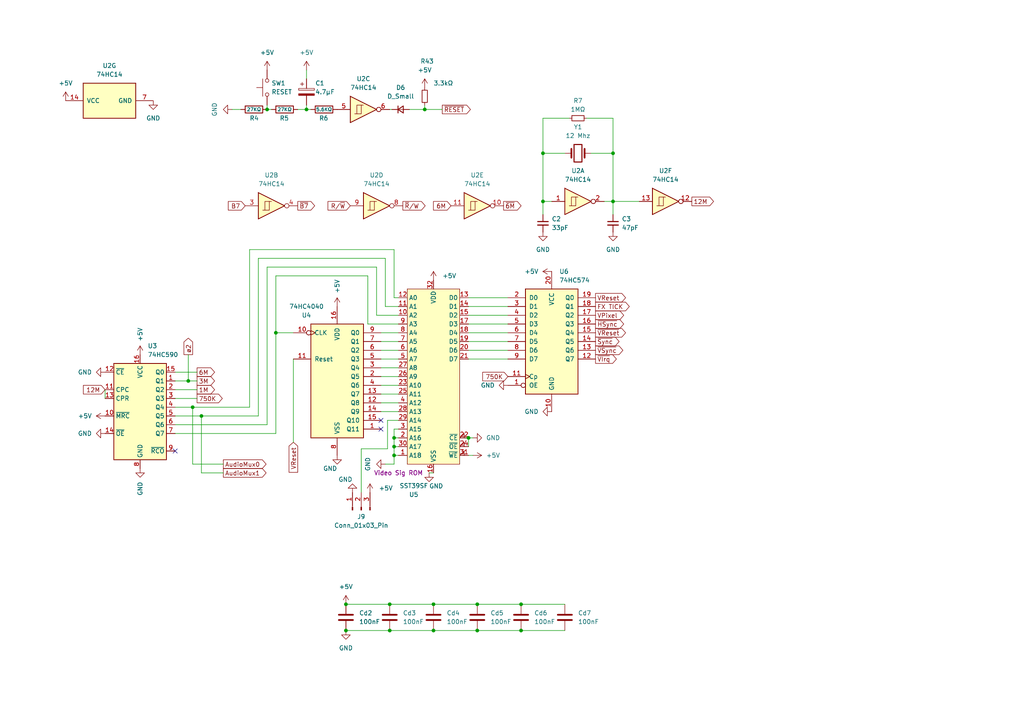
<source format=kicad_sch>
(kicad_sch (version 20231120) (generator "eeschema") (generator_version "8.0")
  (paper "A4")
  (title_block (title "Clock and Reset"))
  (lib_symbols
    (symbol "4xxx:4040" (pin_names (offset 1.016))
      (property "Reference" "U" (at -7.62 16.51 0))
      (property "Value" "4040" (at -7.62 -19.05 0))
      (symbol "4040_1_0"
        (pin output line (at 12.7 -15.24 180) (length 5.08) (name "Q11") (number "1"))
        (pin input inverted_clock (at -12.7 12.7 0) (length 5.08) (name "CLK") (number "10"))
        (pin input line (at -12.7 5.08 0) (length 5.08) (name "Reset") (number "11"))
        (pin output line (at 12.7 -7.62 180) (length 5.08) (name "Q8") (number "12"))
        (pin output line (at 12.7 -5.08 180) (length 5.08) (name "Q7") (number "13"))
        (pin output line (at 12.7 -10.16 180) (length 5.08) (name "Q9") (number "14"))
        (pin output line (at 12.7 -12.7 180) (length 5.08) (name "Q10") (number "15"))
        (pin power_in line (at 0 20.32 270) (length 5.08) (name "VDD") (number "16"))
        (pin output line (at 12.7 0 180) (length 5.08) (name "Q5") (number "2"))
        (pin output line (at 12.7 2.54 180) (length 5.08) (name "Q4") (number "3"))
        (pin output line (at 12.7 -2.54 180) (length 5.08) (name "Q6") (number "4"))
        (pin output line (at 12.7 5.08 180) (length 5.08) (name "Q3") (number "5"))
        (pin output line (at 12.7 7.62 180) (length 5.08) (name "Q2") (number "6"))
        (pin output line (at 12.7 10.16 180) (length 5.08) (name "Q1") (number "7"))
        (pin power_in line (at 0 -22.86 90) (length 5.08) (name "VSS") (number "8"))
        (pin output line (at 12.7 12.7 180) (length 5.08) (name "Q0") (number "9"))
      )
      (symbol "4040_1_1"
        (rectangle (start -7.62 15.24) (end 7.62 -17.78) (stroke (width 0.254)) (fill (type background)))
      )
    )
    (symbol "74xx:74HC14" (pin_names (offset 1.016))
      (property "Reference" "U" (at 0 1.27 0))
      (property "Value" "74HC14" (at 0 -1.27 0))
      (symbol "74HC14_1_0"
        (polyline (pts (xy -3.81 3.81) (xy -3.81 -3.81) (xy 3.81 0) (xy -3.81 3.81)) (stroke (width 0.254)) (fill (type background)))
        (pin input line (at -7.62 0 0) (length 3.81) (name "~") (number "1"))
        (pin output inverted (at 7.62 0 180) (length 3.81) (name "~") (number "2"))
      )
      (symbol "74HC14_1_1"
        (polyline (pts (xy -1.905 -1.27) (xy -1.905 1.27) (xy -0.635 1.27)))
        (polyline (pts (xy -2.54 -1.27) (xy -0.635 -1.27) (xy -0.635 1.27) (xy 0 1.27)))
      )
      (symbol "74HC14_2_0"
        (polyline (pts (xy -3.81 3.81) (xy -3.81 -3.81) (xy 3.81 0) (xy -3.81 3.81)) (stroke (width 0.254)) (fill (type background)))
        (pin input line (at -7.62 0 0) (length 3.81) (name "~") (number "3"))
        (pin output inverted (at 7.62 0 180) (length 3.81) (name "~") (number "4"))
      )
      (symbol "74HC14_2_1"
        (polyline (pts (xy -1.905 -1.27) (xy -1.905 1.27) (xy -0.635 1.27)))
        (polyline (pts (xy -2.54 -1.27) (xy -0.635 -1.27) (xy -0.635 1.27) (xy 0 1.27)))
      )
      (symbol "74HC14_3_0"
        (polyline (pts (xy -3.81 3.81) (xy -3.81 -3.81) (xy 3.81 0) (xy -3.81 3.81)) (stroke (width 0.254)) (fill (type background)))
        (pin input line (at -7.62 0 0) (length 3.81) (name "~") (number "5"))
        (pin output inverted (at 7.62 0 180) (length 3.81) (name "~") (number "6"))
      )
      (symbol "74HC14_3_1"
        (polyline (pts (xy -1.905 -1.27) (xy -1.905 1.27) (xy -0.635 1.27)))
        (polyline (pts (xy -2.54 -1.27) (xy -0.635 -1.27) (xy -0.635 1.27) (xy 0 1.27)))
      )
      (symbol "74HC14_4_0"
        (polyline (pts (xy -3.81 3.81) (xy -3.81 -3.81) (xy 3.81 0) (xy -3.81 3.81)) (stroke (width 0.254)) (fill (type background)))
        (pin output inverted (at 7.62 0 180) (length 3.81) (name "~") (number "8"))
        (pin input line (at -7.62 0 0) (length 3.81) (name "~") (number "9"))
      )
      (symbol "74HC14_4_1"
        (polyline (pts (xy -1.905 -1.27) (xy -1.905 1.27) (xy -0.635 1.27)))
        (polyline (pts (xy -2.54 -1.27) (xy -0.635 -1.27) (xy -0.635 1.27) (xy 0 1.27)))
      )
      (symbol "74HC14_5_0"
        (polyline (pts (xy -3.81 3.81) (xy -3.81 -3.81) (xy 3.81 0) (xy -3.81 3.81)) (stroke (width 0.254)) (fill (type background)))
        (pin output inverted (at 7.62 0 180) (length 3.81) (name "~") (number "10"))
        (pin input line (at -7.62 0 0) (length 3.81) (name "~") (number "11"))
      )
      (symbol "74HC14_5_1"
        (polyline (pts (xy -1.905 -1.27) (xy -1.905 1.27) (xy -0.635 1.27)))
        (polyline (pts (xy -2.54 -1.27) (xy -0.635 -1.27) (xy -0.635 1.27) (xy 0 1.27)))
      )
      (symbol "74HC14_6_0"
        (polyline (pts (xy -3.81 3.81) (xy -3.81 -3.81) (xy 3.81 0) (xy -3.81 3.81)) (stroke (width 0.254)) (fill (type background)))
        (pin output inverted (at 7.62 0 180) (length 3.81) (name "~") (number "12"))
        (pin input line (at -7.62 0 0) (length 3.81) (name "~") (number "13"))
      )
      (symbol "74HC14_6_1"
        (polyline (pts (xy -1.905 -1.27) (xy -1.905 1.27) (xy -0.635 1.27)))
        (polyline (pts (xy -2.54 -1.27) (xy -0.635 -1.27) (xy -0.635 1.27) (xy 0 1.27)))
      )
      (symbol "74HC14_7_0"
        (pin power_in line (at 0 12.7 270) (length 5.08) (name "VCC") (number "14"))
        (pin power_in line (at 0 -12.7 90) (length 5.08) (name "GND") (number "7"))
      )
      (symbol "74HC14_7_1"
        (rectangle (start -5.08 7.62) (end 5.08 -7.62) (stroke (width 0.254)) (fill (type background)))
      )
    )
    (symbol "74xx:74HC590"
      (property "Reference" "U" (at -7.62 16.51 0))
      (property "Value" "74HC590" (at -7.62 -13.97 0))
      (symbol "74HC590_1_0"
        (pin tri_state line (at 10.16 10.16 180) (length 2.54) (name "Q1") (number "1"))
        (pin input line (at -10.16 0 0) (length 2.54) (name "~{MRC}") (number "10"))
        (pin input line (at -10.16 7.62 0) (length 2.54) (name "CPC") (number "11"))
        (pin input line (at -10.16 12.7 0) (length 2.54) (name "~{CE}") (number "12"))
        (pin input line (at -10.16 5.08 0) (length 2.54) (name "CPR") (number "13"))
        (pin input line (at -10.16 -5.08 0) (length 2.54) (name "~{OE}") (number "14"))
        (pin tri_state line (at 10.16 12.7 180) (length 2.54) (name "Q0") (number "15"))
        (pin power_in line (at 0 17.78 270) (length 2.54) (name "VCC") (number "16"))
        (pin tri_state line (at 10.16 7.62 180) (length 2.54) (name "Q2") (number "2"))
        (pin tri_state line (at 10.16 5.08 180) (length 2.54) (name "Q3") (number "3"))
        (pin tri_state line (at 10.16 2.54 180) (length 2.54) (name "Q4") (number "4"))
        (pin tri_state line (at 10.16 0 180) (length 2.54) (name "Q5") (number "5"))
        (pin tri_state line (at 10.16 -2.54 180) (length 2.54) (name "Q6") (number "6"))
        (pin tri_state line (at 10.16 -5.08 180) (length 2.54) (name "Q7") (number "7"))
        (pin power_in line (at 0 -15.24 90) (length 2.54) (name "GND") (number "8"))
        (pin output line (at 10.16 -10.16 180) (length 2.54) (name "~{RCO}") (number "9"))
      )
      (symbol "74HC590_1_1"
        (rectangle (start -7.62 15.24) (end 7.62 -12.7) (stroke (width 0.254)) (fill (type background)))
      )
    )
    (symbol "74xx:74HCT574" (pin_names (offset 1.016))
      (property "Reference" "U" (at -7.62 16.51 0))
      (property "Value" "74HCT574" (at -7.62 -16.51 0))
      (symbol "74HCT574_1_0"
        (pin input inverted (at -12.7 -12.7 0) (length 5.08) (name "OE") (number "1"))
        (pin power_in line (at 0 -20.32 90) (length 5.08) (name "GND") (number "10"))
        (pin input clock (at -12.7 -10.16 0) (length 5.08) (name "Cp") (number "11"))
        (pin tri_state line (at 12.7 -5.08 180) (length 5.08) (name "Q7") (number "12"))
        (pin tri_state line (at 12.7 -2.54 180) (length 5.08) (name "Q6") (number "13"))
        (pin tri_state line (at 12.7 0 180) (length 5.08) (name "Q5") (number "14"))
        (pin tri_state line (at 12.7 2.54 180) (length 5.08) (name "Q4") (number "15"))
        (pin tri_state line (at 12.7 5.08 180) (length 5.08) (name "Q3") (number "16"))
        (pin tri_state line (at 12.7 7.62 180) (length 5.08) (name "Q2") (number "17"))
        (pin tri_state line (at 12.7 10.16 180) (length 5.08) (name "Q1") (number "18"))
        (pin tri_state line (at 12.7 12.7 180) (length 5.08) (name "Q0") (number "19"))
        (pin input line (at -12.7 12.7 0) (length 5.08) (name "D0") (number "2"))
        (pin power_in line (at 0 20.32 270) (length 5.08) (name "VCC") (number "20"))
        (pin input line (at -12.7 10.16 0) (length 5.08) (name "D1") (number "3"))
        (pin input line (at -12.7 7.62 0) (length 5.08) (name "D2") (number "4"))
        (pin input line (at -12.7 5.08 0) (length 5.08) (name "D3") (number "5"))
        (pin input line (at -12.7 2.54 0) (length 5.08) (name "D4") (number "6"))
        (pin input line (at -12.7 0 0) (length 5.08) (name "D5") (number "7"))
        (pin input line (at -12.7 -2.54 0) (length 5.08) (name "D6") (number "8"))
        (pin input line (at -12.7 -5.08 0) (length 5.08) (name "D7") (number "9"))
      )
      (symbol "74HCT574_1_1"
        (rectangle (start -7.62 15.24) (end 7.62 -15.24) (stroke (width 0.254)) (fill (type background)))
      )
    )
    (symbol "Connector:Conn_01x03_Pin" (pin_names (offset 1.016) hide)
      (property "Reference" "J" (at 0 5.08 0))
      (property "Value" "Conn_01x03_Pin" (at 0 -5.08 0))
      (symbol "Conn_01x03_Pin_1_1"
        (polyline (pts (xy 1.27 -2.54) (xy 0.8636 -2.54)) (stroke (width 0.1524)))
        (polyline (pts (xy 1.27 0) (xy 0.8636 0)) (stroke (width 0.1524)))
        (polyline (pts (xy 1.27 2.54) (xy 0.8636 2.54)) (stroke (width 0.1524)))
        (rectangle (start 0.8636 -2.413) (end 0 -2.667) (stroke (width 0.1524)) (fill (type outline)))
        (rectangle (start 0.8636 0.127) (end 0 -0.127) (stroke (width 0.1524)) (fill (type outline)))
        (rectangle (start 0.8636 2.667) (end 0 2.413) (stroke (width 0.1524)) (fill (type outline)))
        (pin passive line (at 5.08 2.54 180) (length 3.81) (name "Pin_1") (number "1"))
        (pin passive line (at 5.08 0 180) (length 3.81) (name "Pin_2") (number "2"))
        (pin passive line (at 5.08 -2.54 180) (length 3.81) (name "Pin_3") (number "3"))
      )
    )
    (symbol "Device:C" (pin_numbers hide) (pin_names (offset 0.254))
      (property "Reference" "C" (at 0.635 2.54 0))
      (property "Value" "C" (at 0.635 -2.54 0))
      (symbol "C_0_1"
        (polyline (pts (xy -2.032 -0.762) (xy 2.032 -0.762)) (stroke (width 0.508)))
        (polyline (pts (xy -2.032 0.762) (xy 2.032 0.762)) (stroke (width 0.508)))
      )
      (symbol "C_1_1"
        (pin passive line (at 0 3.81 270) (length 2.794) (name "~") (number "1"))
        (pin passive line (at 0 -3.81 90) (length 2.794) (name "~") (number "2"))
      )
    )
    (symbol "Device:C_Polarized" (pin_numbers hide) (pin_names (offset 0.254))
      (property "Reference" "C" (at 0.635 2.54 0))
      (property "Value" "C_Polarized" (at 0.635 -2.54 0))
      (symbol "C_Polarized_0_1"
        (rectangle (start -2.286 0.508) (end 2.286 1.016))
        (polyline (pts (xy -1.778 2.286) (xy -0.762 2.286)))
        (polyline (pts (xy -1.27 2.794) (xy -1.27 1.778)))
        (rectangle (start 2.286 -0.508) (end -2.286 -1.016) (fill (type outline)))
      )
      (symbol "C_Polarized_1_1"
        (pin passive line (at 0 3.81 270) (length 2.794) (name "~") (number "1"))
        (pin passive line (at 0 -3.81 90) (length 2.794) (name "~") (number "2"))
      )
    )
    (symbol "Device:C_Small" (pin_numbers hide) (pin_names (offset 0.254) hide)
      (property "Reference" "C" (at 0.254 1.778 0))
      (property "Value" "C_Small" (at 0.254 -2.032 0))
      (symbol "C_Small_0_1"
        (polyline (pts (xy -1.524 -0.508) (xy 1.524 -0.508)) (stroke (width 0.3302)))
        (polyline (pts (xy -1.524 0.508) (xy 1.524 0.508)) (stroke (width 0.3048)))
      )
      (symbol "C_Small_1_1"
        (pin passive line (at 0 2.54 270) (length 2.032) (name "~") (number "1"))
        (pin passive line (at 0 -2.54 90) (length 2.032) (name "~") (number "2"))
      )
    )
    (symbol "Device:Crystal" (pin_numbers hide) (pin_names (offset 1.016) hide)
      (property "Reference" "Y" (at 0 3.81 0))
      (property "Value" "Crystal" (at 0 -3.81 0))
      (symbol "Crystal_0_1"
        (rectangle (start -1.143 2.54) (end 1.143 -2.54) (stroke (width 0.3048)))
        (polyline (pts (xy -2.54 0) (xy -1.905 0)))
        (polyline (pts (xy -1.905 -1.27) (xy -1.905 1.27)) (stroke (width 0.508)))
        (polyline (pts (xy 1.905 -1.27) (xy 1.905 1.27)) (stroke (width 0.508)))
        (polyline (pts (xy 2.54 0) (xy 1.905 0)))
      )
      (symbol "Crystal_1_1"
        (pin passive line (at -3.81 0 0) (length 1.27) (name "1") (number "1"))
        (pin passive line (at 3.81 0 180) (length 1.27) (name "2") (number "2"))
      )
    )
    (symbol "Device:D_Small" (pin_numbers hide) (pin_names (offset 0.254) hide)
      (property "Reference" "D" (at -1.27 2.032 0))
      (property "Value" "D_Small" (at -3.81 -2.032 0))
      (symbol "D_Small_0_1"
        (polyline (pts (xy -0.762 -1.016) (xy -0.762 1.016)) (stroke (width 0.254)))
        (polyline (pts (xy -0.762 0) (xy 0.762 0)))
        (polyline (pts (xy 0.762 -1.016) (xy -0.762 0) (xy 0.762 1.016) (xy 0.762 -1.016)) (stroke (width 0.254)))
      )
      (symbol "D_Small_1_1"
        (pin passive line (at -2.54 0 0) (length 1.778) (name "K") (number "1"))
        (pin passive line (at 2.54 0 180) (length 1.778) (name "A") (number "2"))
      )
    )
    (symbol "Device:R" (pin_numbers hide) (pin_names (offset 0))
      (property "Reference" "R" (at 2.032 0 90))
      (property "Value" "R" (at 0 0 90))
      (symbol "R_0_1"
        (rectangle (start -1.016 -2.54) (end 1.016 2.54) (stroke (width 0.254)))
      )
      (symbol "R_1_1"
        (pin passive line (at 0 3.81 270) (length 1.27) (name "~") (number "1"))
        (pin passive line (at 0 -3.81 90) (length 1.27) (name "~") (number "2"))
      )
    )
    (symbol "Device:R_Small" (pin_numbers hide) (pin_names (offset 0.254) hide)
      (property "Reference" "R" (at 0.762 0.508 0))
      (property "Value" "R_Small" (at 0.762 -1.016 0))
      (symbol "R_Small_0_1"
        (rectangle (start -0.762 1.778) (end 0.762 -1.778) (stroke (width 0.2032)))
      )
      (symbol "R_Small_1_1"
        (pin passive line (at 0 2.54 270) (length 0.762) (name "~") (number "1"))
        (pin passive line (at 0 -2.54 90) (length 0.762) (name "~") (number "2"))
      )
    )
    (symbol "Memory_Lib:SST39SF040"
      (property "Reference" "U" (at 11.43 54.61 0))
      (property "Value" "SST39SF040" (at 19.05 52.07 0))
      (symbol "SST39SF040_1_1"
        (rectangle (start 0 50.8) (end 15.24 0) (fill (type background)))
        (pin input line (at -2.54 2.54 0) (length 2.54) (name "A18") (number "1"))
        (pin input line (at -2.54 43.18 0) (length 2.54) (name "A2") (number "10"))
        (pin input line (at -2.54 45.72 0) (length 2.54) (name "A1") (number "11"))
        (pin input line (at -2.54 48.26 0) (length 2.54) (name "A0") (number "12"))
        (pin bidirectional line (at 17.78 48.26 180) (length 2.54) (name "D0") (number "13"))
        (pin bidirectional line (at 17.78 45.72 180) (length 2.54) (name "D1") (number "14"))
        (pin bidirectional line (at 17.78 43.18 180) (length 2.54) (name "D2") (number "15"))
        (pin power_in line (at 7.62 -2.54 90) (length 2.54) (name "VSS") (number "16"))
        (pin bidirectional line (at 17.78 40.64 180) (length 2.54) (name "D3") (number "17"))
        (pin bidirectional line (at 17.78 38.1 180) (length 2.54) (name "D4") (number "18"))
        (pin bidirectional line (at 17.78 35.56 180) (length 2.54) (name "D5") (number "19"))
        (pin input line (at -2.54 7.62 0) (length 2.54) (name "A16") (number "2"))
        (pin bidirectional line (at 17.78 33.02 180) (length 2.54) (name "D6") (number "20"))
        (pin bidirectional line (at 17.78 30.48 180) (length 2.54) (name "D7") (number "21"))
        (pin input input_low (at 17.78 7.62 180) (length 2.54) (name "~{CE}") (number "22"))
        (pin input line (at -2.54 22.86 0) (length 2.54) (name "A10") (number "23"))
        (pin input input_low (at 17.78 5.08 180) (length 2.54) (name "~{OE}") (number "24"))
        (pin input line (at -2.54 20.32 0) (length 2.54) (name "A11") (number "25"))
        (pin input line (at -2.54 25.4 0) (length 2.54) (name "A9") (number "26"))
        (pin input line (at -2.54 27.94 0) (length 2.54) (name "A8") (number "27"))
        (pin input line (at -2.54 15.24 0) (length 2.54) (name "A13") (number "28"))
        (pin input line (at -2.54 12.7 0) (length 2.54) (name "A14") (number "29"))
        (pin input line (at -2.54 10.16 0) (length 2.54) (name "A15") (number "3"))
        (pin input line (at -2.54 5.08 0) (length 2.54) (name "A17") (number "30"))
        (pin input input_low (at 17.78 2.54 180) (length 2.54) (name "~{WE}") (number "31"))
        (pin power_in line (at 7.62 53.34 270) (length 2.54) (name "VDD") (number "32"))
        (pin input line (at -2.54 17.78 0) (length 2.54) (name "A12") (number "4"))
        (pin input line (at -2.54 30.48 0) (length 2.54) (name "A7") (number "5"))
        (pin input line (at -2.54 33.02 0) (length 2.54) (name "A6") (number "6"))
        (pin input line (at -2.54 35.56 0) (length 2.54) (name "A5") (number "7"))
        (pin input line (at -2.54 38.1 0) (length 2.54) (name "A4") (number "8"))
        (pin input line (at -2.54 40.64 0) (length 2.54) (name "A3") (number "9"))
      )
    )
    (symbol "Switch:SW_Push" (pin_numbers hide) (pin_names (offset 1.016) hide)
      (property "Reference" "SW" (at 1.27 2.54 0))
      (property "Value" "SW_Push" (at 0 -1.524 0))
      (symbol "SW_Push_0_1"
        (circle (center -2.032 0) (radius 0.508))
        (polyline (pts (xy 0 1.27) (xy 0 3.048)))
        (polyline (pts (xy 2.54 1.27) (xy -2.54 1.27)))
        (circle (center 2.032 0) (radius 0.508))
        (pin passive line (at -5.08 0 0) (length 2.54) (name "1") (number "1"))
        (pin passive line (at 5.08 0 180) (length 2.54) (name "2") (number "2"))
      )
    )
    (symbol "power:+5V" (power) (pin_names (offset 0))
      (property "Value" "+5V" (at 0 3.556 0))
      (symbol "+5V_0_1"
        (polyline (pts (xy -0.762 1.27) (xy 0 2.54)))
        (polyline (pts (xy 0 0) (xy 0 2.54)))
        (polyline (pts (xy 0 2.54) (xy 0.762 1.27)))
      )
      (symbol "+5V_1_1"
        (pin power_in line (at 0 0 90) (length 0) hide (name "+5V") (number "1"))
      )
    )
    (symbol "power:GND" (power) (pin_names (offset 0))
      (property "Value" "GND" (at 0 -3.81 0))
      (symbol "GND_0_1"
        (polyline (pts (xy 0 0) (xy 0 -1.27) (xy 1.27 -1.27) (xy 0 -2.54) (xy -1.27 -1.27) (xy 0 -1.27)))
      )
      (symbol "GND_1_1"
        (pin power_in line (at 0 0 270) (length 0) hide (name "GND") (number "1"))
      )
    )
  )
  (junction (at 54.61 110.49))
  (junction (at 100.33 182.88))
  (junction (at 151.13 175.26))
  (junction (at 55.88 118.11))
  (junction (at 113.03 182.88))
  (junction (at 113.03 175.26))
  (junction (at 114.3 127))
  (junction (at 151.13 182.88))
  (junction (at 114.3 129.54))
  (junction (at 125.73 182.88))
  (junction (at 138.43 175.26))
  (junction (at 114.3 132.08))
  (junction (at 77.47 31.75))
  (junction (at 123.19 31.75))
  (junction (at 177.8 44.45))
  (junction (at 138.43 182.88))
  (junction (at 58.42 120.65))
  (junction (at 177.8 58.42))
  (junction (at 100.33 175.26))
  (junction (at 157.48 58.42))
  (junction (at 80.01 96.52))
  (junction (at 125.73 175.26))
  (junction (at 135.89 127))
  (junction (at 88.9 31.75))
  (junction (at 157.48 44.45))
  (no_connect (at 110.49 121.92))
  (no_connect (at 50.8 130.81))
  (no_connect (at 110.49 124.46))
  (wire (pts (xy 177.8 62.23) (xy 177.8 58.42)))
  (wire (pts (xy 114.3 86.36) (xy 114.3 72.39)))
  (wire (pts (xy 170.18 34.29) (xy 177.8 34.29)))
  (wire (pts (xy 50.8 110.49) (xy 54.61 110.49)))
  (wire (pts (xy 64.77 134.62) (xy 55.88 134.62)))
  (wire (pts (xy 72.39 118.11) (xy 55.88 118.11)))
  (wire (pts (xy 104.775 130.175) (xy 104.775 142.875)))
  (wire (pts (xy 80.01 96.52) (xy 85.09 96.52)))
  (wire (pts (xy 58.42 120.65) (xy 50.8 120.65)))
  (wire (pts (xy 157.48 44.45) (xy 163.83 44.45)))
  (wire (pts (xy 138.43 182.88) (xy 151.13 182.88)))
  (wire (pts (xy 115.57 99.06) (xy 110.49 99.06)))
  (wire (pts (xy 58.42 120.65) (xy 74.93 120.65)))
  (wire (pts (xy 67.31 31.75) (xy 69.85 31.75)))
  (wire (pts (xy 54.61 110.49) (xy 57.15 110.49)))
  (wire (pts (xy 137.16 127) (xy 135.89 127)))
  (wire (pts (xy 72.39 72.39) (xy 114.3 72.39)))
  (wire (pts (xy 115.57 96.52) (xy 110.49 96.52)))
  (wire (pts (xy 112.395 121.92) (xy 115.57 121.92)))
  (wire (pts (xy 115.57 109.22) (xy 110.49 109.22)))
  (wire (pts (xy 147.32 104.14) (xy 135.89 104.14)))
  (wire (pts (xy 77.47 31.75) (xy 77.47 30.48)))
  (wire (pts (xy 115.57 88.9) (xy 111.76 88.9)))
  (wire (pts (xy 147.32 96.52) (xy 135.89 96.52)))
  (wire (pts (xy 106.68 93.98) (xy 115.57 93.98)))
  (wire (pts (xy 151.13 182.88) (xy 163.83 182.88)))
  (wire (pts (xy 123.19 30.48) (xy 123.19 31.75)))
  (wire (pts (xy 115.57 106.68) (xy 110.49 106.68)))
  (wire (pts (xy 147.32 101.6) (xy 135.89 101.6)))
  (wire (pts (xy 114.3 132.08) (xy 114.3 129.54)))
  (wire (pts (xy 85.09 128.27) (xy 85.09 104.14)))
  (wire (pts (xy 115.57 86.36) (xy 114.3 86.36)))
  (wire (pts (xy 160.02 58.42) (xy 157.48 58.42)))
  (wire (pts (xy 177.8 58.42) (xy 185.42 58.42)))
  (wire (pts (xy 30.48 113.03) (xy 30.48 115.57)))
  (wire (pts (xy 114.3 129.54) (xy 114.3 127)))
  (wire (pts (xy 115.57 127) (xy 114.3 127)))
  (wire (pts (xy 50.8 123.19) (xy 77.47 123.19)))
  (wire (pts (xy 77.47 123.19) (xy 77.47 77.47)))
  (wire (pts (xy 57.15 115.57) (xy 50.8 115.57)))
  (wire (pts (xy 115.57 129.54) (xy 114.3 129.54)))
  (wire (pts (xy 177.8 44.45) (xy 171.45 44.45)))
  (wire (pts (xy 115.57 104.14) (xy 110.49 104.14)))
  (wire (pts (xy 88.9 20.32) (xy 88.9 22.86)))
  (wire (pts (xy 115.57 116.84) (xy 110.49 116.84)))
  (wire (pts (xy 54.61 102.87) (xy 54.61 110.49)))
  (wire (pts (xy 177.8 44.45) (xy 177.8 58.42)))
  (wire (pts (xy 57.15 113.03) (xy 50.8 113.03)))
  (wire (pts (xy 177.8 34.29) (xy 177.8 44.45)))
  (wire (pts (xy 147.32 91.44) (xy 135.89 91.44)))
  (wire (pts (xy 115.57 111.76) (xy 110.49 111.76)))
  (wire (pts (xy 111.76 74.93) (xy 74.93 74.93)))
  (wire (pts (xy 55.88 134.62) (xy 55.88 118.11)))
  (wire (pts (xy 114.3 127) (xy 114.3 124.46)))
  (wire (pts (xy 100.33 175.26) (xy 113.03 175.26)))
  (wire (pts (xy 175.26 58.42) (xy 177.8 58.42)))
  (wire (pts (xy 125.73 137.16) (xy 124.46 137.16)))
  (wire (pts (xy 113.03 182.88) (xy 125.73 182.88)))
  (wire (pts (xy 106.68 80.01) (xy 80.01 80.01)))
  (wire (pts (xy 111.76 134.62) (xy 114.3 134.62)))
  (wire (pts (xy 137.16 132.08) (xy 135.89 132.08)))
  (wire (pts (xy 125.73 175.26) (xy 138.43 175.26)))
  (wire (pts (xy 58.42 137.16) (xy 58.42 120.65)))
  (wire (pts (xy 100.33 182.88) (xy 113.03 182.88)))
  (wire (pts (xy 77.47 77.47) (xy 109.22 77.47)))
  (wire (pts (xy 74.93 120.65) (xy 74.93 74.93)))
  (wire (pts (xy 111.76 88.9) (xy 111.76 74.93)))
  (wire (pts (xy 135.89 127) (xy 135.89 129.54)))
  (wire (pts (xy 135.89 127) (xy 134.62 127)))
  (wire (pts (xy 78.74 31.75) (xy 77.47 31.75)))
  (wire (pts (xy 115.57 114.3) (xy 110.49 114.3)))
  (wire (pts (xy 86.36 31.75) (xy 88.9 31.75)))
  (wire (pts (xy 147.32 99.06) (xy 135.89 99.06)))
  (wire (pts (xy 88.9 30.48) (xy 88.9 31.75)))
  (wire (pts (xy 147.32 88.9) (xy 135.89 88.9)))
  (wire (pts (xy 106.68 80.01) (xy 106.68 93.98)))
  (wire (pts (xy 55.88 118.11) (xy 50.8 118.11)))
  (wire (pts (xy 109.22 77.47) (xy 109.22 91.44)))
  (wire (pts (xy 109.22 91.44) (xy 115.57 91.44)))
  (wire (pts (xy 112.395 130.175) (xy 104.775 130.175)))
  (wire (pts (xy 151.13 175.26) (xy 163.83 175.26)))
  (wire (pts (xy 115.57 124.46) (xy 114.3 124.46)))
  (wire (pts (xy 118.745 31.75) (xy 123.19 31.75)))
  (wire (pts (xy 157.48 44.45) (xy 157.48 58.42)))
  (wire (pts (xy 113.665 31.75) (xy 113.03 31.75)))
  (wire (pts (xy 138.43 175.26) (xy 151.13 175.26)))
  (wire (pts (xy 165.1 34.29) (xy 157.48 34.29)))
  (wire (pts (xy 157.48 34.29) (xy 157.48 44.45)))
  (wire (pts (xy 72.39 72.39) (xy 72.39 118.11)))
  (wire (pts (xy 57.15 107.95) (xy 50.8 107.95)))
  (wire (pts (xy 115.57 119.38) (xy 110.49 119.38)))
  (wire (pts (xy 125.73 182.88) (xy 138.43 182.88)))
  (wire (pts (xy 112.395 121.92) (xy 112.395 130.175)))
  (wire (pts (xy 115.57 132.08) (xy 114.3 132.08)))
  (wire (pts (xy 80.01 125.73) (xy 80.01 96.52)))
  (wire (pts (xy 80.01 96.52) (xy 80.01 80.01)))
  (wire (pts (xy 115.57 101.6) (xy 110.49 101.6)))
  (wire (pts (xy 123.19 31.75) (xy 128.27 31.75)))
  (wire (pts (xy 147.32 86.36) (xy 135.89 86.36)))
  (wire (pts (xy 114.3 134.62) (xy 114.3 132.08)))
  (wire (pts (xy 50.8 125.73) (xy 80.01 125.73)))
  (wire (pts (xy 147.32 93.98) (xy 135.89 93.98)))
  (wire (pts (xy 157.48 62.23) (xy 157.48 58.42)))
  (wire (pts (xy 90.17 31.75) (xy 88.9 31.75)))
  (wire (pts (xy 113.03 175.26) (xy 125.73 175.26)))
  (wire (pts (xy 64.77 137.16) (xy 58.42 137.16)))
  (global_label "~{R}{slash}W" (shape output) (at 116.84 59.69 0) (property "Intersheetrefs" "${INTERSHEET_REFS}" (effects (hide yes))))
  (global_label "12M" (shape input) (at 30.48 113.03 180) (property "Intersheetrefs" "${INTERSHEET_REFS}" (effects (hide yes))))
  (global_label "750K" (shape output) (at 57.15 115.57 0) (property "Intersheetrefs" "${INTERSHEET_REFS}" (effects (hide yes))))
  (global_label "~{VIrq}" (shape output) (at 172.72 104.14 0) (property "Intersheetrefs" "${INTERSHEET_REFS}" (effects (hide yes))))
  (global_label "~{Sync}" (shape output) (at 172.72 99.06 0) (property "Intersheetrefs" "${INTERSHEET_REFS}" (effects (hide yes))))
  (global_label "~{VSync}" (shape output) (at 172.72 101.6 0) (property "Intersheetrefs" "${INTERSHEET_REFS}" (effects (hide yes))))
  (global_label "ø2" (shape output) (at 54.61 102.87 90) (property "Intersheetrefs" "${INTERSHEET_REFS}" (effects (hide yes))))
  (global_label "1M" (shape output) (at 57.15 113.03 0) (property "Intersheetrefs" "${INTERSHEET_REFS}" (effects (hide yes))))
  (global_label "AudioMux1" (shape output) (at 64.77 137.16 0) (property "Intersheetrefs" "${INTERSHEET_REFS}" (effects (hide yes))))
  (global_label "6M" (shape output) (at 57.15 107.95 0) (property "Intersheetrefs" "${INTERSHEET_REFS}" (effects (hide yes))))
  (global_label "VReset" (shape input) (at 85.09 128.27 270) (property "Intersheetrefs" "${INTERSHEET_REFS}" (effects (hide yes))))
  (global_label "~{6M}" (shape output) (at 146.05 59.69 0) (property "Intersheetrefs" "${INTERSHEET_REFS}" (effects (hide yes))))
  (global_label "VReset" (shape output) (at 172.72 86.36 0) (property "Intersheetrefs" "${INTERSHEET_REFS}" (effects (hide yes))))
  (global_label "~{HSync}" (shape output) (at 172.72 93.98 0) (property "Intersheetrefs" "${INTERSHEET_REFS}" (effects (hide yes))))
  (global_label "12M" (shape output) (at 200.66 58.42 0) (property "Intersheetrefs" "${INTERSHEET_REFS}" (effects (hide yes))))
  (global_label "750K" (shape input) (at 147.32 109.22 180) (property "Intersheetrefs" "${INTERSHEET_REFS}" (effects (hide yes))))
  (global_label "3M" (shape output) (at 57.15 110.49 0) (property "Intersheetrefs" "${INTERSHEET_REFS}" (effects (hide yes))))
  (global_label "~{RESET}" (shape output) (at 128.27 31.75 0) (property "Intersheetrefs" "${INTERSHEET_REFS}" (effects (hide yes))))
  (global_label "B7" (shape input) (at 71.12 59.69 180) (property "Intersheetrefs" "${INTERSHEET_REFS}" (effects (hide yes))))
  (global_label "R{slash}~{W}" (shape input) (at 101.6 59.69 180) (property "Intersheetrefs" "${INTERSHEET_REFS}" (effects (hide yes))))
  (global_label "VPixel" (shape output) (at 172.72 91.44 0) (property "Intersheetrefs" "${INTERSHEET_REFS}" (effects (hide yes))))
  (global_label "6M" (shape input) (at 130.81 59.69 180) (property "Intersheetrefs" "${INTERSHEET_REFS}" (effects (hide yes))))
  (global_label "AudioMux0" (shape output) (at 64.77 134.62 0) (property "Intersheetrefs" "${INTERSHEET_REFS}" (effects (hide yes))))
  (global_label "~{VReset}" (shape output) (at 172.72 96.52 0) (property "Intersheetrefs" "${INTERSHEET_REFS}" (effects (hide yes))))
  (global_label "FX TICK" (shape output) (at 172.72 88.9 0) (property "Intersheetrefs" "${INTERSHEET_REFS}" (effects (hide yes))))
  (global_label "~{B7}" (shape output) (at 86.36 59.69 0) (property "Intersheetrefs" "${INTERSHEET_REFS}" (effects (hide yes))))
  (symbol (lib_id "Device:C") (at 125.73 179.07 0) (unit 1)
    (property "Reference" "Cd4" (at 129.54 177.8 0) (effects (justify left)))
    (property "Value" "100nF" (at 129.54 180.34 0) (effects (justify left)))
    (property "Footprint" "Capacitor_THT:C_Disc_D3.0mm_W2.0mm_P2.50mm" (effects (hide yes)))
  )
  (symbol (lib_id "power:GND") (at 124.46 137.16 0) (unit 1)
    (property "Reference" "#PWR025" (effects (hide yes)))
    (property "Value" "GND" (at 124.46 140.97 0) (effects (justify left)))
  )
  (symbol (lib_id "power:+5V") (at 77.47 20.32 0) (unit 1)
    (property "Reference" "#PWR016" (effects (hide yes)))
    (property "Value" "+5V" (at 77.47 15.24 0))
  )
  (symbol (lib_id "power:+5V") (at 19.05 29.21 0) (unit 1)
    (property "Reference" "#PWR09" (effects (hide yes)))
    (property "Value" "+5V" (at 19.05 24.13 0))
  )
  (symbol (lib_id "power:GND") (at 177.8 67.31 0) (unit 1)
    (property "Reference" "#PWR032" (effects (hide yes)))
    (property "Value" "GND" (at 177.8 72.39 0))
  )
  (symbol (lib_id "Device:R") (at 93.98 31.75 90) (mirror x) (unit 1)
    (property "Reference" "R6" (at 95.25 34.29 90) (effects (justify left)))
    (property "Value" "5.6KΩ" (at 93.98 31.75 90) (effects (font (size 1 1))))
    (property "Footprint" "Resistor_THT:R_Axial_DIN0204_L3.6mm_D1.6mm_P7.62mm_Horizontal" (effects (hide yes)))
  )
  (symbol (lib_id "power:GND") (at 102.235 142.875 180) (unit 1)
    (property "Reference" "#PWR0181" (effects (hide yes)))
    (property "Value" "GND" (at 102.235 139.065 0) (effects (justify left)))
  )
  (symbol (lib_id "74xx:74HC14") (at 138.43 59.69 0) (unit 5)
    (property "Reference" "U2" (at 138.43 50.8 0))
    (property "Value" "74HC14" (at 138.43 53.34 0))
    (property "Footprint" "PCM_Package_DIP_AKL:DIP-14_W7.62mm_Socket_LongPads" (effects (hide yes)))
    (property "Datasheet" "http://www.ti.com/lit/gpn/sn74HC14" (effects (hide yes)))
  )
  (symbol (lib_id "power:+5V") (at 160.02 78.74 90) (unit 1)
    (property "Reference" "#PWR030" (effects (hide yes)))
    (property "Value" "+5V" (at 156.21 78.74 90) (effects (justify left)))
  )
  (symbol (lib_id "power:GND") (at 111.76 134.62 270) (unit 1)
    (property "Reference" "#PWR023" (effects (hide yes)))
    (property "Value" "GND" (at 106.68 134.62 0))
  )
  (symbol (lib_id "Device:R") (at 82.55 31.75 90) (mirror x) (unit 1)
    (property "Reference" "R5" (at 83.82 34.29 90) (effects (justify left)))
    (property "Value" "27KΩ" (at 82.55 31.75 90) (effects (font (size 1 1))))
    (property "Footprint" "Resistor_THT:R_Axial_DIN0204_L3.6mm_D1.6mm_P7.62mm_Horizontal" (effects (hide yes)))
  )
  (symbol (lib_id "power:+5V") (at 100.33 175.26 0) (unit 1)
    (property "Reference" "#PWR021" (effects (hide yes)))
    (property "Value" "+5V" (at 100.33 170.18 0))
  )
  (symbol (lib_id "74xx:74HC14") (at 105.41 31.75 0) (unit 3)
    (property "Reference" "U2" (at 105.41 22.86 0))
    (property "Value" "74HC14" (at 105.41 25.4 0))
    (property "Footprint" "PCM_Package_DIP_AKL:DIP-14_W7.62mm_Socket_LongPads" (effects (hide yes)))
    (property "Datasheet" "http://www.ti.com/lit/gpn/sn74HC14" (effects (hide yes)))
  )
  (symbol (lib_id "Device:D_Small") (at 116.205 31.75 0) (unit 1)
    (property "Reference" "D6" (at 116.205 25.4 0))
    (property "Value" "D_Small" (at 116.205 27.94 0))
    (property "Footprint" "Diode_THT:D_DO-34_SOD68_P7.62mm_Horizontal" (effects (hide yes)))
    (property "Sim.Device" "D" (effects (hide yes)))
    (property "Sim.Pins" "1=K 2=A" (effects (hide yes)))
  )
  (symbol (lib_id "Device:C") (at 113.03 179.07 0) (unit 1)
    (property "Reference" "Cd3" (at 116.84 177.8 0) (effects (justify left)))
    (property "Value" "100nF" (at 116.84 180.34 0) (effects (justify left)))
    (property "Footprint" "Capacitor_THT:C_Disc_D3.0mm_W2.0mm_P2.50mm" (effects (hide yes)))
  )
  (symbol (lib_id "power:+5V") (at 88.9 20.32 0) (unit 1)
    (property "Reference" "#PWR018" (effects (hide yes)))
    (property "Value" "+5V" (at 88.9 15.24 0))
  )
  (symbol (lib_id "Device:R_Small") (at 123.19 27.94 180) (unit 1)
    (property "Reference" "R43" (at 121.92 17.78 0) (effects (justify right)))
    (property "Value" "3.3kΩ" (at 125.73 24.13 0) (effects (justify right)))
    (property "Footprint" "Resistor_THT:R_Axial_DIN0204_L3.6mm_D1.6mm_P7.62mm_Horizontal" (effects (hide yes)))
  )
  (symbol (lib_id "power:GND") (at 40.64 135.89 0) (unit 1)
    (property "Reference" "#PWR051" (effects (hide yes)))
    (property "Value" "GND" (at 40.64 139.7 90) (effects (justify right)))
  )
  (symbol (lib_id "power:+5V") (at 125.73 81.28 0) (unit 1)
    (property "Reference" "#PWR024" (effects (hide yes)))
    (property "Value" "+5V" (at 128.27 80.01 0) (effects (justify left)))
  )
  (symbol (lib_id "power:GND") (at 67.31 31.75 270) (unit 1)
    (property "Reference" "#PWR015" (effects (hide yes)))
    (property "Value" "GND" (at 62.23 31.75 0))
  )
  (symbol (lib_id "power:+5V") (at 107.315 142.875 0) (unit 1)
    (property "Reference" "#PWR0180" (effects (hide yes)))
    (property "Value" "+5V" (at 109.855 141.605 0) (effects (justify left)))
  )
  (symbol (lib_id "Device:C") (at 100.33 179.07 0) (unit 1)
    (property "Reference" "Cd2" (at 104.14 177.8 0) (effects (justify left)))
    (property "Value" "100nF" (at 104.14 180.34 0) (effects (justify left)))
    (property "Footprint" "Capacitor_THT:C_Disc_D3.0mm_W2.0mm_P2.50mm" (effects (hide yes)))
  )
  (symbol (lib_id "Connector:Conn_01x03_Pin") (at 104.775 147.955 90) (unit 1)
    (property "Reference" "J9" (at 104.775 149.86 90))
    (property "Value" "Conn_01x03_Pin" (at 104.775 152.4 90))
    (property "Footprint" "Connector_PinHeader_2.54mm:PinHeader_1x03_P2.54mm_Vertical" (effects (hide yes)))
  )
  (symbol (lib_id "4xxx:4040") (at 97.79 109.22 0) (unit 1)
    (property "Reference" "U4" (at 88.9 91.44 0))
    (property "Value" "74HC4040" (at 88.9 88.9 0))
    (property "Footprint" "PCM_Package_DIP_AKL:DIP-16_W7.62mm_Socket_LongPads" (effects (hide yes)))
    (property "Datasheet" "http://www.intersil.com/content/dam/Intersil/documents/cd40/cd4020bms-24bms-40bms.pdf" (effects (hide yes)))
  )
  (symbol (lib_id "Device:R") (at 73.66 31.75 270) (unit 1)
    (property "Reference" "R4" (at 72.39 34.29 90) (effects (justify left)))
    (property "Value" "27KΩ" (at 73.66 31.75 90) (effects (font (size 1 1))))
    (property "Footprint" "Resistor_THT:R_Axial_DIN0204_L3.6mm_D1.6mm_P7.62mm_Horizontal" (effects (hide yes)))
  )
  (symbol (lib_id "power:GND") (at 160.02 119.38 270) (unit 1)
    (property "Reference" "#PWR031" (effects (hide yes)))
    (property "Value" "GND" (at 156.21 119.38 90) (effects (justify right)))
  )
  (symbol (lib_id "power:+5V") (at 123.19 25.4 0) (unit 1)
    (property "Reference" "#PWR0174" (effects (hide yes)))
    (property "Value" "+5V" (at 123.19 20.32 0))
  )
  (symbol (lib_id "power:GND") (at 30.48 107.95 270) (unit 1)
    (property "Reference" "#PWR010" (effects (hide yes)))
    (property "Value" "GND" (at 26.67 107.95 90) (effects (justify right)))
  )
  (symbol (lib_id "Device:C_Polarized") (at 88.9 26.67 0) (unit 1)
    (property "Reference" "C1" (at 91.44 24.13 0) (effects (justify left)))
    (property "Value" "4.7µF" (at 91.44 26.67 0) (effects (justify left)))
    (property "Footprint" "Capacitor_THT:CP_Radial_D4.0mm_P1.50mm" (effects (hide yes)))
  )
  (symbol (lib_id "power:GND") (at 137.16 127 90) (unit 1)
    (property "Reference" "#PWR026" (effects (hide yes)))
    (property "Value" "GND" (at 140.97 127 90) (effects (justify right)))
  )
  (symbol (lib_id "Device:R_Small") (at 167.64 34.29 90) (unit 1)
    (property "Reference" "R7" (at 167.64 29.21 90))
    (property "Value" "1MΩ" (at 167.64 31.75 90))
    (property "Footprint" "Resistor_THT:R_Axial_DIN0204_L3.6mm_D1.6mm_P7.62mm_Horizontal" (effects (hide yes)))
  )
  (symbol (lib_id "power:+5V") (at 40.64 102.87 0) (unit 1)
    (property "Reference" "#PWR052" (effects (hide yes)))
    (property "Value" "+5V" (at 40.64 99.06 90) (effects (justify left)))
  )
  (symbol (lib_id "74xx:74HC14") (at 31.75 29.21 90) (unit 7)
    (property "Reference" "U2" (at 31.75 19.05 90))
    (property "Value" "74HC14" (at 31.75 21.59 90))
    (property "Footprint" "PCM_Package_DIP_AKL:DIP-14_W7.62mm_Socket_LongPads" (effects (hide yes)))
    (property "Datasheet" "http://www.ti.com/lit/gpn/sn74HC14" (effects (hide yes)))
  )
  (symbol (lib_id "74xx:74HC14") (at 78.74 59.69 0) (unit 2)
    (property "Reference" "U2" (at 78.74 50.8 0))
    (property "Value" "74HC14" (at 78.74 53.34 0))
    (property "Footprint" "PCM_Package_DIP_AKL:DIP-14_W7.62mm_Socket_LongPads" (effects (hide yes)))
    (property "Datasheet" "http://www.ti.com/lit/gpn/sn74HC14" (effects (hide yes)))
  )
  (symbol (lib_id "Device:Crystal") (at 167.64 44.45 0) (unit 1)
    (property "Reference" "Y1" (at 167.64 36.83 0))
    (property "Value" "12 Mhz" (at 167.64 39.37 0))
    (property "Footprint" "Crystal:Crystal_HC49-U_Vertical" (effects (hide yes)))
  )
  (symbol (lib_id "Device:C") (at 138.43 179.07 0) (unit 1)
    (property "Reference" "Cd5" (at 142.24 177.8 0) (effects (justify left)))
    (property "Value" "100nF" (at 142.24 180.34 0) (effects (justify left)))
    (property "Footprint" "Capacitor_THT:C_Disc_D3.0mm_W2.0mm_P2.50mm" (effects (hide yes)))
  )
  (symbol (lib_id "power:GND") (at 147.32 111.76 270) (unit 1)
    (property "Reference" "#PWR028" (effects (hide yes)))
    (property "Value" "GND" (at 143.51 111.76 90) (effects (justify right)))
  )
  (symbol (lib_id "74xx:74HC14") (at 193.04 58.42 0) (unit 6)
    (property "Reference" "U2" (at 193.04 49.53 0))
    (property "Value" "74HC14" (at 193.04 52.07 0))
    (property "Footprint" "PCM_Package_DIP_AKL:DIP-14_W7.62mm_Socket_LongPads" (effects (hide yes)))
    (property "Datasheet" "http://www.ti.com/lit/gpn/sn74HC14" (effects (hide yes)))
  )
  (symbol (lib_id "power:+5V") (at 137.16 132.08 270) (unit 1)
    (property "Reference" "#PWR027" (effects (hide yes)))
    (property "Value" "+5V" (at 140.97 132.08 90) (effects (justify left)))
  )
  (symbol (lib_id "74xx:74HC14") (at 167.64 58.42 0) (unit 1)
    (property "Reference" "U2" (at 167.64 49.53 0))
    (property "Value" "74HC14" (at 167.64 52.07 0))
    (property "Footprint" "PCM_Package_DIP_AKL:DIP-14_W7.62mm_Socket_LongPads" (effects (hide yes)))
    (property "Datasheet" "http://www.ti.com/lit/gpn/sn74HC14" (effects (hide yes)))
  )
  (symbol (lib_id "power:GND") (at 97.79 132.08 0) (unit 1)
    (property "Reference" "#PWR020" (effects (hide yes)))
    (property "Value" "GND" (at 97.79 135.89 0) (effects (justify right)))
  )
  (symbol (lib_id "Memory_Lib:SST39SF040") (at 118.11 134.62 0) (unit 1)
    (property "Reference" "U5" (at 120.015 143.4531 0))
    (property "Value" "SST39SF" (at 120.015 140.9131 0))
    (property "Footprint" "PCM_Package_LCC_AKL:PLCC-32_THT-Socket" (effects (hide yes)))
    (property "Datasheet" "https://ww1.microchip.com/downloads/aemDocuments/documents/OTH/ProductDocuments/DataSheets/20005022C.pdf" (effects (hide yes)))
    (property "Label" "Video Sig ROM" (at 115.57 137.16 0))
  )
  (symbol (lib_id "power:GND") (at 44.45 29.21 0) (unit 1)
    (property "Reference" "#PWR011" (effects (hide yes)))
    (property "Value" "GND" (at 44.45 34.29 0))
  )
  (symbol (lib_id "74xx:74HC14") (at 109.22 59.69 0) (unit 4)
    (property "Reference" "U2" (at 109.22 50.8 0))
    (property "Value" "74HC14" (at 109.22 53.34 0))
    (property "Footprint" "PCM_Package_DIP_AKL:DIP-14_W7.62mm_Socket_LongPads" (effects (hide yes)))
    (property "Datasheet" "http://www.ti.com/lit/gpn/sn74HC14" (effects (hide yes)))
  )
  (symbol (lib_id "power:GND") (at 100.33 182.88 0) (unit 1)
    (property "Reference" "#PWR022" (effects (hide yes)))
    (property "Value" "GND" (at 100.33 187.96 0))
  )
  (symbol (lib_id "Device:C_Small") (at 177.8 64.77 0) (unit 1)
    (property "Reference" "C3" (at 180.34 63.5063 0) (effects (justify left)))
    (property "Value" "47pF" (at 180.34 66.0463 0) (effects (justify left)))
    (property "Footprint" "Capacitor_THT:C_Disc_D3.0mm_W2.0mm_P2.50mm" (effects (hide yes)))
  )
  (symbol (lib_id "Device:C") (at 151.13 179.07 0) (unit 1)
    (property "Reference" "Cd6" (at 154.94 177.8 0) (effects (justify left)))
    (property "Value" "100nF" (at 154.94 180.34 0) (effects (justify left)))
    (property "Footprint" "Capacitor_THT:C_Disc_D3.0mm_W2.0mm_P2.50mm" (effects (hide yes)))
  )
  (symbol (lib_id "Switch:SW_Push") (at 77.47 25.4 90) (unit 1)
    (property "Reference" "SW1" (at 78.74 24.13 90) (effects (justify right)))
    (property "Value" "RESET" (at 78.74 26.67 90) (effects (justify right)))
    (property "Footprint" "Button_Switch_THT:SW_Tactile_SPST_Angled_PTS645Vx83-2LFS" (effects (hide yes)))
  )
  (symbol (lib_id "Device:C") (at 163.83 179.07 0) (unit 1)
    (property "Reference" "Cd7" (at 167.64 177.8 0) (effects (justify left)))
    (property "Value" "100nF" (at 167.64 180.34 0) (effects (justify left)))
    (property "Footprint" "Capacitor_THT:C_Disc_D3.0mm_W2.0mm_P2.50mm" (effects (hide yes)))
  )
  (symbol (lib_id "Device:C_Small") (at 157.48 64.77 0) (unit 1)
    (property "Reference" "C2" (at 160.02 63.5063 0) (effects (justify left)))
    (property "Value" "33pF" (at 160.02 66.0463 0) (effects (justify left)))
    (property "Footprint" "Capacitor_THT:C_Disc_D3.0mm_W2.0mm_P2.50mm" (effects (hide yes)))
  )
  (symbol (lib_id "74xx:74HC590") (at 40.64 120.65 0) (unit 1)
    (property "Reference" "U3" (at 42.8341 100.33 0) (effects (justify left)))
    (property "Value" "74HC590" (at 42.8341 102.87 0) (effects (justify left)))
    (property "Footprint" "PCM_Package_DIP_AKL:DIP-16_W7.62mm_Socket_LongPads" (effects (hide yes)))
    (property "Datasheet" "https://assets.nexperia.com/documents/data-sheet/74HC590.pdf" (effects (hide yes)))
  )
  (symbol (lib_id "power:+5V") (at 30.48 120.65 90) (unit 1)
    (property "Reference" "#PWR012" (effects (hide yes)))
    (property "Value" "+5V" (at 26.67 120.65 90) (effects (justify left)))
  )
  (symbol (lib_id "74xx:74HCT574") (at 160.02 99.06 0) (unit 1)
    (property "Reference" "U6" (at 162.2141 78.74 0) (effects (justify left)))
    (property "Value" "74HC574" (at 162.2141 81.28 0) (effects (justify left)))
    (property "Footprint" "PCM_Package_DIP_AKL:DIP-20_W7.62mm_Socket_LongPads" (effects (hide yes)))
    (property "Datasheet" "http://www.ti.com/lit/gpn/sn74HCT574" (effects (hide yes)))
  )
  (symbol (lib_id "power:GND") (at 157.48 67.31 0) (unit 1)
    (property "Reference" "#PWR029" (effects (hide yes)))
    (property "Value" "GND" (at 157.48 72.39 0))
  )
  (symbol (lib_id "power:GND") (at 30.48 125.73 270) (unit 1)
    (property "Reference" "#PWR041" (effects (hide yes)))
    (property "Value" "GND" (at 26.67 125.73 90) (effects (justify right)))
  )
  (symbol (lib_id "power:+5V") (at 97.79 88.9 0) (unit 1)
    (property "Reference" "#PWR019" (effects (hide yes)))
    (property "Value" "+5V" (at 97.79 85.09 90) (effects (justify left)))
  )
)
</source>
